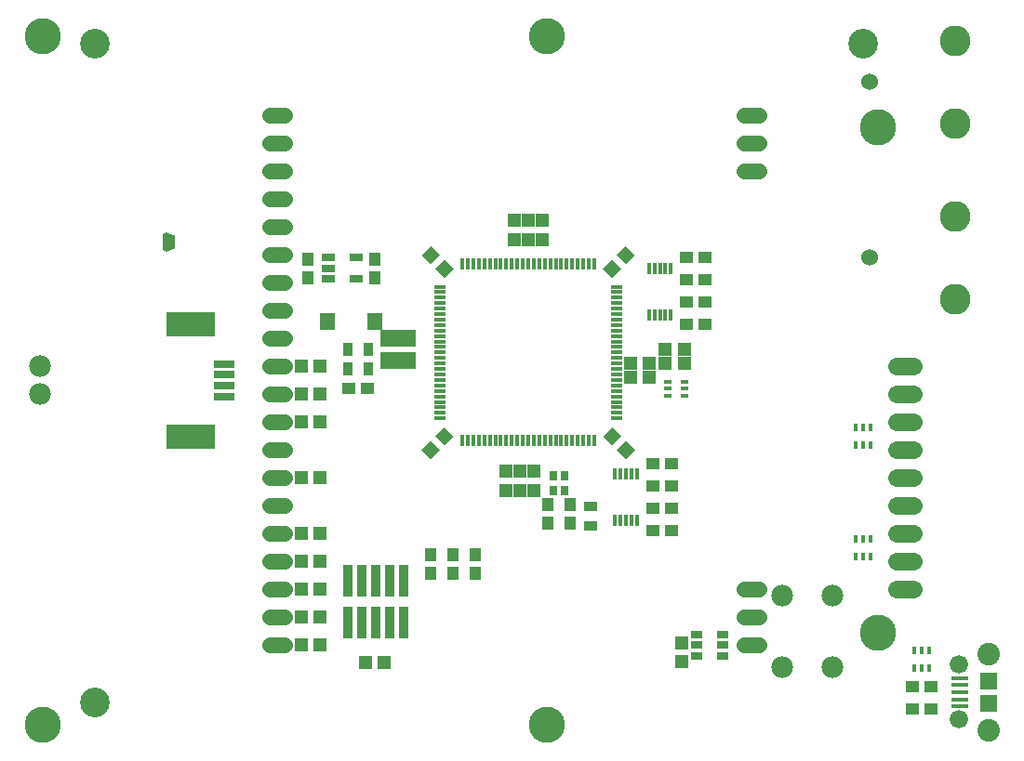
<source format=gts>
G75*
G70*
%OFA0B0*%
%FSLAX24Y24*%
%IPPOS*%
%LPD*%
%AMOC8*
5,1,8,0,0,1.08239X$1,22.5*
%
%ADD10C,0.1300*%
%ADD11R,0.0473X0.0434*%
%ADD12R,0.0465X0.0453*%
%ADD13R,0.0453X0.0465*%
%ADD14R,0.0330X0.1140*%
%ADD15R,0.0316X0.0335*%
%ADD16R,0.0434X0.0473*%
%ADD17R,0.0591X0.0178*%
%ADD18C,0.0808*%
%ADD19C,0.0660*%
%ADD20R,0.0631X0.0631*%
%ADD21R,0.0394X0.0158*%
%ADD22R,0.0158X0.0394*%
%ADD23R,0.1300X0.0591*%
%ADD24R,0.0540X0.0619*%
%ADD25R,0.0512X0.0355*%
%ADD26R,0.0138X0.0434*%
%ADD27R,0.0316X0.0158*%
%ADD28C,0.0640*%
%ADD29R,0.0158X0.0316*%
%ADD30C,0.0780*%
%ADD31R,0.0512X0.0257*%
%ADD32R,0.0355X0.0512*%
%ADD33C,0.0555*%
%ADD34C,0.0000*%
%ADD35C,0.0001*%
%ADD36R,0.0768X0.0276*%
%ADD37R,0.1733X0.0867*%
%ADD38C,0.1064*%
%ADD39C,0.1103*%
%ADD40C,0.0602*%
%ADD41R,0.0394X0.0276*%
D10*
X001221Y002276D03*
X019287Y002276D03*
X031154Y005563D03*
X031154Y023693D03*
X019287Y026980D03*
X001221Y026980D03*
D11*
X012195Y014330D03*
X012865Y014330D03*
X023095Y011630D03*
X023765Y011630D03*
X023765Y010830D03*
X023095Y010830D03*
X023095Y010030D03*
X023765Y010030D03*
X023765Y009230D03*
X023095Y009230D03*
X032395Y003630D03*
X033065Y003630D03*
X033065Y002830D03*
X032395Y002830D03*
X024965Y016630D03*
X024295Y016630D03*
X024295Y017430D03*
X024965Y017430D03*
X024965Y018230D03*
X024295Y018230D03*
X024295Y019030D03*
X024965Y019030D03*
D12*
X019130Y019686D03*
X018630Y019686D03*
X018130Y019686D03*
X018130Y020374D03*
X018630Y020374D03*
X019130Y020374D03*
X018830Y011374D03*
X018330Y011374D03*
X017830Y011374D03*
X017830Y010686D03*
X018330Y010686D03*
X018830Y010686D03*
X024130Y005224D03*
X024130Y004536D03*
D13*
G36*
X022120Y011813D02*
X021801Y012132D01*
X022128Y012459D01*
X022447Y012140D01*
X022120Y011813D01*
G37*
G36*
X021632Y012301D02*
X021313Y012620D01*
X021640Y012947D01*
X021959Y012628D01*
X021632Y012301D01*
G37*
X022286Y014730D03*
X022286Y015255D03*
X022974Y015255D03*
X023536Y015255D03*
X023536Y015755D03*
X024224Y015755D03*
X024224Y015255D03*
X022974Y014730D03*
G36*
X021959Y018632D02*
X021640Y018313D01*
X021313Y018640D01*
X021632Y018959D01*
X021959Y018632D01*
G37*
G36*
X022447Y019120D02*
X022128Y018801D01*
X021801Y019128D01*
X022120Y019447D01*
X022447Y019120D01*
G37*
G36*
X015628Y018959D02*
X015947Y018640D01*
X015620Y018313D01*
X015301Y018632D01*
X015628Y018959D01*
G37*
G36*
X015140Y019447D02*
X015459Y019128D01*
X015132Y018801D01*
X014813Y019120D01*
X015140Y019447D01*
G37*
X011174Y015130D03*
X010486Y015130D03*
X010486Y014130D03*
X011174Y014130D03*
X011174Y013130D03*
X010486Y013130D03*
X010486Y011130D03*
X011174Y011130D03*
X011174Y009130D03*
X010486Y009130D03*
X010486Y008130D03*
X011174Y008130D03*
X011174Y007130D03*
X010486Y007130D03*
X010486Y006130D03*
X011174Y006130D03*
X011174Y005130D03*
X010486Y005130D03*
X012783Y004510D03*
X013472Y004510D03*
G36*
X014813Y012140D02*
X015132Y012459D01*
X015459Y012132D01*
X015140Y011813D01*
X014813Y012140D01*
G37*
G36*
X015301Y012628D02*
X015620Y012947D01*
X015947Y012620D01*
X015628Y012301D01*
X015301Y012628D01*
G37*
D14*
X014160Y007440D03*
X013660Y007440D03*
X013160Y007440D03*
X012660Y007440D03*
X012160Y007440D03*
X012160Y005940D03*
X012660Y005940D03*
X013160Y005940D03*
X013660Y005940D03*
X014160Y005940D03*
D15*
X019533Y010664D03*
X019927Y010664D03*
X019927Y011196D03*
X019533Y011196D03*
D16*
X019330Y010165D03*
X019330Y009495D03*
X020130Y009495D03*
X020130Y010165D03*
X016730Y008365D03*
X016730Y007695D03*
X015930Y007695D03*
X015930Y008365D03*
X015130Y008365D03*
X015130Y007695D03*
X013130Y018295D03*
X013130Y018965D03*
X010730Y018965D03*
X010730Y018295D03*
D17*
X034087Y003958D03*
X034087Y003702D03*
X034087Y003446D03*
X034087Y003190D03*
X034087Y002934D03*
D18*
X035130Y002068D03*
X035130Y004824D03*
D19*
X034067Y004430D03*
X034067Y002461D03*
D20*
X035130Y003052D03*
X035130Y003839D03*
D21*
X021799Y013268D03*
X021799Y013465D03*
X021799Y013661D03*
X021799Y013858D03*
X021799Y014055D03*
X021799Y014252D03*
X021799Y014449D03*
X021799Y014646D03*
X021799Y014843D03*
X021799Y015039D03*
X021799Y015236D03*
X021799Y015433D03*
X021799Y015630D03*
X021799Y015827D03*
X021799Y016024D03*
X021799Y016221D03*
X021799Y016417D03*
X021799Y016614D03*
X021799Y016811D03*
X021799Y017008D03*
X021799Y017205D03*
X021799Y017402D03*
X021799Y017599D03*
X021799Y017795D03*
X021799Y017992D03*
X015461Y017992D03*
X015461Y017795D03*
X015461Y017599D03*
X015461Y017402D03*
X015461Y017205D03*
X015461Y017008D03*
X015461Y016811D03*
X015461Y016614D03*
X015461Y016417D03*
X015461Y016221D03*
X015461Y016024D03*
X015461Y015827D03*
X015461Y015630D03*
X015461Y015433D03*
X015461Y015236D03*
X015461Y015039D03*
X015461Y014843D03*
X015461Y014646D03*
X015461Y014449D03*
X015461Y014252D03*
X015461Y014055D03*
X015461Y013858D03*
X015461Y013661D03*
X015461Y013465D03*
X015461Y013268D03*
D22*
X016268Y012461D03*
X016465Y012461D03*
X016661Y012461D03*
X016858Y012461D03*
X017055Y012461D03*
X017252Y012461D03*
X017449Y012461D03*
X017646Y012461D03*
X017843Y012461D03*
X018039Y012461D03*
X018236Y012461D03*
X018433Y012461D03*
X018630Y012461D03*
X018827Y012461D03*
X019024Y012461D03*
X019221Y012461D03*
X019417Y012461D03*
X019614Y012461D03*
X019811Y012461D03*
X020008Y012461D03*
X020205Y012461D03*
X020402Y012461D03*
X020599Y012461D03*
X020795Y012461D03*
X020992Y012461D03*
X020992Y018799D03*
X020795Y018799D03*
X020599Y018799D03*
X020402Y018799D03*
X020205Y018799D03*
X020008Y018799D03*
X019811Y018799D03*
X019614Y018799D03*
X019417Y018799D03*
X019221Y018799D03*
X019024Y018799D03*
X018827Y018799D03*
X018630Y018799D03*
X018433Y018799D03*
X018236Y018799D03*
X018039Y018799D03*
X017843Y018799D03*
X017646Y018799D03*
X017449Y018799D03*
X017252Y018799D03*
X017055Y018799D03*
X016858Y018799D03*
X016661Y018799D03*
X016465Y018799D03*
X016268Y018799D03*
D23*
X013955Y016130D03*
X013955Y015343D03*
D24*
X013126Y016755D03*
X011434Y016755D03*
D25*
X020880Y010109D03*
X020880Y009401D03*
D26*
X021736Y009598D03*
X021933Y009598D03*
X022130Y009598D03*
X022327Y009598D03*
X022524Y009598D03*
X022524Y011262D03*
X022327Y011262D03*
X022130Y011262D03*
X021933Y011262D03*
X021736Y011262D03*
X022955Y016971D03*
X023152Y016971D03*
X023349Y016971D03*
X023546Y016971D03*
X023743Y016971D03*
X023743Y018634D03*
X023546Y018634D03*
X023349Y018634D03*
X023152Y018634D03*
X022955Y018634D03*
D27*
X023615Y014586D03*
X023615Y014330D03*
X023615Y014074D03*
X024245Y014074D03*
X024245Y014330D03*
X024245Y014586D03*
D28*
X031830Y014134D02*
X032430Y014134D01*
X032430Y015134D02*
X031830Y015134D01*
X031830Y013134D02*
X032430Y013134D01*
X032430Y012134D02*
X031830Y012134D01*
X031830Y011134D02*
X032430Y011134D01*
X032430Y010134D02*
X031830Y010134D01*
X031830Y009134D02*
X032430Y009134D01*
X032430Y008134D02*
X031830Y008134D01*
X031830Y007134D02*
X032430Y007134D01*
D29*
X030886Y008315D03*
X030630Y008315D03*
X030374Y008315D03*
X030374Y008945D03*
X030630Y008945D03*
X030886Y008945D03*
X030886Y012315D03*
X030630Y012315D03*
X030374Y012315D03*
X030374Y012945D03*
X030630Y012945D03*
X030886Y012945D03*
X032474Y004945D03*
X032730Y004945D03*
X032986Y004945D03*
X032986Y004315D03*
X032730Y004315D03*
X032474Y004315D03*
D30*
X029520Y004350D03*
X027740Y004350D03*
X027740Y006910D03*
X029520Y006910D03*
X001130Y014130D03*
X001130Y015130D03*
D31*
X011452Y018284D03*
X011452Y018658D03*
X011452Y019032D03*
X012476Y019032D03*
X012476Y018284D03*
D32*
X012176Y015730D03*
X012176Y015030D03*
X012884Y015030D03*
X012884Y015730D03*
D33*
X009887Y016130D02*
X009373Y016130D01*
X009373Y017130D02*
X009887Y017130D01*
X009887Y018130D02*
X009373Y018130D01*
X009373Y019130D02*
X009887Y019130D01*
X009887Y020130D02*
X009373Y020130D01*
X009373Y021130D02*
X009887Y021130D01*
X009887Y022130D02*
X009373Y022130D01*
X009373Y023130D02*
X009887Y023130D01*
X009887Y024130D02*
X009373Y024130D01*
X009373Y015130D02*
X009887Y015130D01*
X009887Y014130D02*
X009373Y014130D01*
X009373Y013130D02*
X009887Y013130D01*
X009887Y012130D02*
X009373Y012130D01*
X009373Y011130D02*
X009887Y011130D01*
X009887Y010130D02*
X009373Y010130D01*
X009373Y009130D02*
X009887Y009130D01*
X009887Y008130D02*
X009373Y008130D01*
X009373Y007130D02*
X009887Y007130D01*
X009887Y006130D02*
X009373Y006130D01*
X009373Y005130D02*
X009887Y005130D01*
X026373Y005130D02*
X026887Y005130D01*
X026887Y006130D02*
X026373Y006130D01*
X026373Y007130D02*
X026887Y007130D01*
X026887Y022130D02*
X026373Y022130D01*
X026373Y023130D02*
X026887Y023130D01*
X026887Y024130D02*
X026373Y024130D01*
D34*
X005935Y019819D02*
X005935Y019772D01*
X005935Y019394D01*
X005896Y019378D01*
X005852Y019362D01*
X005809Y019347D01*
X005766Y019331D01*
X005723Y019315D01*
X005679Y019299D01*
X005640Y019284D01*
X005600Y019303D01*
X005565Y019319D01*
X005526Y019335D01*
X005526Y019878D01*
X005565Y019898D01*
X005600Y019913D01*
X005640Y019929D01*
X005679Y019913D01*
X005723Y019898D01*
X005766Y019882D01*
X005809Y019866D01*
X005852Y019850D01*
X005896Y019835D01*
X005935Y019819D01*
D35*
X005526Y019819D01*
X005526Y019820D02*
X005934Y019820D01*
X005935Y019818D02*
X005526Y019818D01*
X005526Y019817D02*
X005935Y019817D01*
X005935Y019816D02*
X005526Y019816D01*
X005526Y019815D02*
X005935Y019815D01*
X005935Y019814D02*
X005526Y019814D01*
X005526Y019813D02*
X005935Y019813D01*
X005935Y019812D02*
X005526Y019812D01*
X005526Y019811D02*
X005935Y019811D01*
X005935Y019810D02*
X005526Y019810D01*
X005526Y019809D02*
X005935Y019809D01*
X005935Y019808D02*
X005526Y019808D01*
X005526Y019807D02*
X005935Y019807D01*
X005935Y019806D02*
X005526Y019806D01*
X005526Y019805D02*
X005935Y019805D01*
X005935Y019804D02*
X005526Y019804D01*
X005526Y019803D02*
X005935Y019803D01*
X005935Y019802D02*
X005526Y019802D01*
X005526Y019801D02*
X005935Y019801D01*
X005935Y019800D02*
X005526Y019800D01*
X005526Y019799D02*
X005935Y019799D01*
X005935Y019798D02*
X005526Y019798D01*
X005526Y019797D02*
X005935Y019797D01*
X005935Y019796D02*
X005526Y019796D01*
X005526Y019795D02*
X005935Y019795D01*
X005935Y019794D02*
X005526Y019794D01*
X005526Y019793D02*
X005935Y019793D01*
X005935Y019792D02*
X005526Y019792D01*
X005526Y019791D02*
X005935Y019791D01*
X005935Y019790D02*
X005526Y019790D01*
X005526Y019789D02*
X005935Y019789D01*
X005935Y019788D02*
X005526Y019788D01*
X005526Y019787D02*
X005935Y019787D01*
X005935Y019786D02*
X005526Y019786D01*
X005526Y019785D02*
X005935Y019785D01*
X005935Y019784D02*
X005526Y019784D01*
X005526Y019783D02*
X005935Y019783D01*
X005935Y019782D02*
X005526Y019782D01*
X005526Y019781D02*
X005935Y019781D01*
X005935Y019780D02*
X005526Y019780D01*
X005526Y019779D02*
X005935Y019779D01*
X005935Y019778D02*
X005526Y019778D01*
X005526Y019777D02*
X005935Y019777D01*
X005935Y019776D02*
X005526Y019776D01*
X005526Y019775D02*
X005935Y019775D01*
X005935Y019774D02*
X005526Y019774D01*
X005526Y019773D02*
X005935Y019773D01*
X005935Y019772D02*
X005526Y019772D01*
X005526Y019771D02*
X005935Y019771D01*
X005935Y019770D02*
X005526Y019770D01*
X005526Y019769D02*
X005935Y019769D01*
X005935Y019768D02*
X005526Y019768D01*
X005526Y019767D02*
X005935Y019767D01*
X005935Y019766D02*
X005526Y019766D01*
X005526Y019765D02*
X005935Y019765D01*
X005935Y019764D02*
X005526Y019764D01*
X005526Y019763D02*
X005935Y019763D01*
X005935Y019762D02*
X005526Y019762D01*
X005526Y019761D02*
X005935Y019761D01*
X005935Y019760D02*
X005526Y019760D01*
X005526Y019759D02*
X005935Y019759D01*
X005935Y019758D02*
X005526Y019758D01*
X005526Y019757D02*
X005935Y019757D01*
X005935Y019756D02*
X005526Y019756D01*
X005526Y019755D02*
X005935Y019755D01*
X005935Y019754D02*
X005526Y019754D01*
X005526Y019753D02*
X005935Y019753D01*
X005935Y019752D02*
X005526Y019752D01*
X005526Y019751D02*
X005935Y019751D01*
X005935Y019750D02*
X005526Y019750D01*
X005526Y019749D02*
X005935Y019749D01*
X005935Y019748D02*
X005526Y019748D01*
X005526Y019747D02*
X005935Y019747D01*
X005935Y019746D02*
X005526Y019746D01*
X005526Y019745D02*
X005935Y019745D01*
X005935Y019744D02*
X005526Y019744D01*
X005526Y019743D02*
X005935Y019743D01*
X005935Y019742D02*
X005526Y019742D01*
X005526Y019741D02*
X005935Y019741D01*
X005935Y019740D02*
X005526Y019740D01*
X005526Y019739D02*
X005935Y019739D01*
X005935Y019738D02*
X005526Y019738D01*
X005526Y019737D02*
X005935Y019737D01*
X005935Y019736D02*
X005526Y019736D01*
X005526Y019735D02*
X005935Y019735D01*
X005935Y019734D02*
X005526Y019734D01*
X005526Y019733D02*
X005935Y019733D01*
X005935Y019732D02*
X005526Y019732D01*
X005526Y019731D02*
X005935Y019731D01*
X005935Y019730D02*
X005526Y019730D01*
X005526Y019729D02*
X005935Y019729D01*
X005935Y019728D02*
X005526Y019728D01*
X005526Y019727D02*
X005935Y019727D01*
X005935Y019726D02*
X005526Y019726D01*
X005526Y019725D02*
X005935Y019725D01*
X005935Y019724D02*
X005526Y019724D01*
X005526Y019723D02*
X005935Y019723D01*
X005935Y019722D02*
X005526Y019722D01*
X005526Y019721D02*
X005935Y019721D01*
X005935Y019720D02*
X005526Y019720D01*
X005526Y019719D02*
X005935Y019719D01*
X005935Y019718D02*
X005526Y019718D01*
X005526Y019717D02*
X005935Y019717D01*
X005935Y019716D02*
X005526Y019716D01*
X005526Y019715D02*
X005935Y019715D01*
X005935Y019714D02*
X005526Y019714D01*
X005526Y019713D02*
X005935Y019713D01*
X005935Y019712D02*
X005526Y019712D01*
X005526Y019711D02*
X005935Y019711D01*
X005935Y019710D02*
X005526Y019710D01*
X005526Y019709D02*
X005935Y019709D01*
X005935Y019708D02*
X005526Y019708D01*
X005526Y019707D02*
X005935Y019707D01*
X005935Y019706D02*
X005526Y019706D01*
X005526Y019705D02*
X005935Y019705D01*
X005935Y019704D02*
X005526Y019704D01*
X005526Y019703D02*
X005935Y019703D01*
X005935Y019702D02*
X005526Y019702D01*
X005526Y019701D02*
X005935Y019701D01*
X005935Y019700D02*
X005526Y019700D01*
X005526Y019699D02*
X005935Y019699D01*
X005935Y019698D02*
X005526Y019698D01*
X005526Y019697D02*
X005935Y019697D01*
X005935Y019696D02*
X005526Y019696D01*
X005526Y019695D02*
X005935Y019695D01*
X005935Y019694D02*
X005526Y019694D01*
X005526Y019693D02*
X005935Y019693D01*
X005935Y019692D02*
X005526Y019692D01*
X005526Y019691D02*
X005935Y019691D01*
X005935Y019690D02*
X005526Y019690D01*
X005526Y019689D02*
X005935Y019689D01*
X005935Y019688D02*
X005526Y019688D01*
X005526Y019687D02*
X005935Y019687D01*
X005935Y019686D02*
X005526Y019686D01*
X005526Y019685D02*
X005935Y019685D01*
X005935Y019684D02*
X005526Y019684D01*
X005526Y019683D02*
X005935Y019683D01*
X005935Y019682D02*
X005526Y019682D01*
X005526Y019681D02*
X005935Y019681D01*
X005935Y019680D02*
X005526Y019680D01*
X005526Y019679D02*
X005935Y019679D01*
X005935Y019678D02*
X005526Y019678D01*
X005526Y019677D02*
X005935Y019677D01*
X005935Y019676D02*
X005526Y019676D01*
X005526Y019675D02*
X005935Y019675D01*
X005935Y019674D02*
X005526Y019674D01*
X005526Y019673D02*
X005935Y019673D01*
X005935Y019672D02*
X005526Y019672D01*
X005526Y019671D02*
X005935Y019671D01*
X005935Y019670D02*
X005526Y019670D01*
X005526Y019669D02*
X005935Y019669D01*
X005935Y019668D02*
X005526Y019668D01*
X005526Y019667D02*
X005935Y019667D01*
X005935Y019666D02*
X005526Y019666D01*
X005526Y019665D02*
X005935Y019665D01*
X005935Y019664D02*
X005526Y019664D01*
X005526Y019663D02*
X005935Y019663D01*
X005935Y019662D02*
X005526Y019662D01*
X005526Y019661D02*
X005935Y019661D01*
X005935Y019660D02*
X005526Y019660D01*
X005526Y019659D02*
X005935Y019659D01*
X005935Y019658D02*
X005526Y019658D01*
X005526Y019657D02*
X005935Y019657D01*
X005935Y019656D02*
X005526Y019656D01*
X005526Y019655D02*
X005935Y019655D01*
X005935Y019654D02*
X005526Y019654D01*
X005526Y019653D02*
X005935Y019653D01*
X005935Y019652D02*
X005526Y019652D01*
X005526Y019651D02*
X005935Y019651D01*
X005935Y019650D02*
X005526Y019650D01*
X005526Y019649D02*
X005935Y019649D01*
X005935Y019648D02*
X005526Y019648D01*
X005526Y019647D02*
X005935Y019647D01*
X005935Y019646D02*
X005526Y019646D01*
X005526Y019645D02*
X005935Y019645D01*
X005935Y019644D02*
X005526Y019644D01*
X005526Y019643D02*
X005935Y019643D01*
X005935Y019642D02*
X005526Y019642D01*
X005526Y019641D02*
X005935Y019641D01*
X005935Y019640D02*
X005526Y019640D01*
X005526Y019639D02*
X005935Y019639D01*
X005935Y019638D02*
X005526Y019638D01*
X005526Y019637D02*
X005935Y019637D01*
X005935Y019636D02*
X005526Y019636D01*
X005526Y019635D02*
X005935Y019635D01*
X005935Y019634D02*
X005526Y019634D01*
X005526Y019633D02*
X005935Y019633D01*
X005935Y019632D02*
X005526Y019632D01*
X005526Y019631D02*
X005935Y019631D01*
X005935Y019630D02*
X005526Y019630D01*
X005526Y019629D02*
X005935Y019629D01*
X005935Y019628D02*
X005526Y019628D01*
X005526Y019627D02*
X005935Y019627D01*
X005935Y019626D02*
X005526Y019626D01*
X005526Y019625D02*
X005935Y019625D01*
X005935Y019624D02*
X005526Y019624D01*
X005526Y019623D02*
X005935Y019623D01*
X005935Y019622D02*
X005526Y019622D01*
X005526Y019621D02*
X005935Y019621D01*
X005935Y019620D02*
X005526Y019620D01*
X005526Y019619D02*
X005935Y019619D01*
X005935Y019618D02*
X005526Y019618D01*
X005526Y019617D02*
X005935Y019617D01*
X005935Y019616D02*
X005526Y019616D01*
X005526Y019615D02*
X005935Y019615D01*
X005935Y019614D02*
X005526Y019614D01*
X005526Y019613D02*
X005935Y019613D01*
X005935Y019612D02*
X005526Y019612D01*
X005526Y019611D02*
X005935Y019611D01*
X005935Y019610D02*
X005526Y019610D01*
X005526Y019609D02*
X005935Y019609D01*
X005935Y019608D02*
X005526Y019608D01*
X005526Y019607D02*
X005935Y019607D01*
X005935Y019606D02*
X005526Y019606D01*
X005526Y019605D02*
X005935Y019605D01*
X005935Y019604D02*
X005526Y019604D01*
X005526Y019603D02*
X005935Y019603D01*
X005935Y019602D02*
X005526Y019602D01*
X005526Y019601D02*
X005935Y019601D01*
X005935Y019600D02*
X005526Y019600D01*
X005526Y019599D02*
X005935Y019599D01*
X005935Y019598D02*
X005526Y019598D01*
X005526Y019597D02*
X005935Y019597D01*
X005935Y019596D02*
X005526Y019596D01*
X005526Y019595D02*
X005935Y019595D01*
X005935Y019594D02*
X005526Y019594D01*
X005526Y019593D02*
X005935Y019593D01*
X005935Y019592D02*
X005526Y019592D01*
X005526Y019591D02*
X005935Y019591D01*
X005935Y019590D02*
X005526Y019590D01*
X005526Y019589D02*
X005935Y019589D01*
X005935Y019588D02*
X005526Y019588D01*
X005526Y019587D02*
X005935Y019587D01*
X005935Y019586D02*
X005526Y019586D01*
X005526Y019585D02*
X005935Y019585D01*
X005935Y019584D02*
X005526Y019584D01*
X005526Y019583D02*
X005935Y019583D01*
X005935Y019582D02*
X005526Y019582D01*
X005526Y019581D02*
X005935Y019581D01*
X005935Y019580D02*
X005526Y019580D01*
X005526Y019579D02*
X005935Y019579D01*
X005935Y019578D02*
X005526Y019578D01*
X005526Y019577D02*
X005935Y019577D01*
X005935Y019576D02*
X005526Y019576D01*
X005526Y019575D02*
X005935Y019575D01*
X005935Y019574D02*
X005526Y019574D01*
X005526Y019573D02*
X005935Y019573D01*
X005935Y019572D02*
X005526Y019572D01*
X005526Y019571D02*
X005935Y019571D01*
X005935Y019570D02*
X005526Y019570D01*
X005526Y019569D02*
X005935Y019569D01*
X005935Y019568D02*
X005526Y019568D01*
X005526Y019567D02*
X005935Y019567D01*
X005935Y019566D02*
X005526Y019566D01*
X005526Y019565D02*
X005935Y019565D01*
X005935Y019564D02*
X005526Y019564D01*
X005526Y019563D02*
X005935Y019563D01*
X005935Y019562D02*
X005526Y019562D01*
X005526Y019561D02*
X005935Y019561D01*
X005935Y019560D02*
X005526Y019560D01*
X005526Y019559D02*
X005935Y019559D01*
X005935Y019558D02*
X005526Y019558D01*
X005526Y019557D02*
X005935Y019557D01*
X005935Y019556D02*
X005526Y019556D01*
X005526Y019555D02*
X005935Y019555D01*
X005935Y019554D02*
X005526Y019554D01*
X005526Y019553D02*
X005935Y019553D01*
X005935Y019552D02*
X005526Y019552D01*
X005526Y019551D02*
X005935Y019551D01*
X005935Y019550D02*
X005526Y019550D01*
X005526Y019549D02*
X005935Y019549D01*
X005935Y019548D02*
X005526Y019548D01*
X005526Y019547D02*
X005935Y019547D01*
X005935Y019546D02*
X005526Y019546D01*
X005526Y019545D02*
X005935Y019545D01*
X005935Y019544D02*
X005526Y019544D01*
X005526Y019543D02*
X005935Y019543D01*
X005935Y019542D02*
X005526Y019542D01*
X005526Y019541D02*
X005935Y019541D01*
X005935Y019540D02*
X005526Y019540D01*
X005526Y019539D02*
X005935Y019539D01*
X005935Y019538D02*
X005526Y019538D01*
X005526Y019537D02*
X005935Y019537D01*
X005935Y019536D02*
X005526Y019536D01*
X005526Y019535D02*
X005935Y019535D01*
X005935Y019534D02*
X005526Y019534D01*
X005526Y019533D02*
X005935Y019533D01*
X005935Y019532D02*
X005526Y019532D01*
X005526Y019531D02*
X005935Y019531D01*
X005935Y019530D02*
X005526Y019530D01*
X005526Y019529D02*
X005935Y019529D01*
X005935Y019528D02*
X005526Y019528D01*
X005526Y019527D02*
X005935Y019527D01*
X005935Y019526D02*
X005526Y019526D01*
X005526Y019525D02*
X005935Y019525D01*
X005935Y019524D02*
X005526Y019524D01*
X005526Y019523D02*
X005935Y019523D01*
X005935Y019522D02*
X005526Y019522D01*
X005526Y019521D02*
X005935Y019521D01*
X005935Y019520D02*
X005526Y019520D01*
X005526Y019519D02*
X005935Y019519D01*
X005935Y019518D02*
X005526Y019518D01*
X005526Y019517D02*
X005935Y019517D01*
X005935Y019516D02*
X005526Y019516D01*
X005526Y019515D02*
X005935Y019515D01*
X005935Y019514D02*
X005526Y019514D01*
X005526Y019513D02*
X005935Y019513D01*
X005935Y019512D02*
X005526Y019512D01*
X005526Y019511D02*
X005935Y019511D01*
X005935Y019510D02*
X005526Y019510D01*
X005526Y019509D02*
X005935Y019509D01*
X005935Y019508D02*
X005526Y019508D01*
X005526Y019507D02*
X005935Y019507D01*
X005935Y019506D02*
X005526Y019506D01*
X005526Y019505D02*
X005935Y019505D01*
X005935Y019504D02*
X005526Y019504D01*
X005526Y019503D02*
X005935Y019503D01*
X005935Y019502D02*
X005526Y019502D01*
X005526Y019501D02*
X005935Y019501D01*
X005935Y019500D02*
X005526Y019500D01*
X005526Y019499D02*
X005935Y019499D01*
X005935Y019498D02*
X005526Y019498D01*
X005526Y019497D02*
X005935Y019497D01*
X005935Y019496D02*
X005526Y019496D01*
X005526Y019495D02*
X005935Y019495D01*
X005935Y019494D02*
X005526Y019494D01*
X005526Y019493D02*
X005935Y019493D01*
X005935Y019492D02*
X005526Y019492D01*
X005526Y019491D02*
X005935Y019491D01*
X005935Y019490D02*
X005526Y019490D01*
X005526Y019489D02*
X005935Y019489D01*
X005935Y019488D02*
X005526Y019488D01*
X005526Y019487D02*
X005935Y019487D01*
X005935Y019486D02*
X005526Y019486D01*
X005526Y019485D02*
X005935Y019485D01*
X005935Y019484D02*
X005526Y019484D01*
X005526Y019483D02*
X005935Y019483D01*
X005935Y019482D02*
X005526Y019482D01*
X005526Y019481D02*
X005935Y019481D01*
X005935Y019480D02*
X005526Y019480D01*
X005526Y019479D02*
X005935Y019479D01*
X005935Y019478D02*
X005526Y019478D01*
X005526Y019477D02*
X005935Y019477D01*
X005935Y019476D02*
X005526Y019476D01*
X005526Y019475D02*
X005935Y019475D01*
X005935Y019474D02*
X005526Y019474D01*
X005526Y019473D02*
X005935Y019473D01*
X005935Y019472D02*
X005526Y019472D01*
X005526Y019471D02*
X005935Y019471D01*
X005935Y019470D02*
X005526Y019470D01*
X005526Y019469D02*
X005935Y019469D01*
X005935Y019468D02*
X005526Y019468D01*
X005526Y019467D02*
X005935Y019467D01*
X005935Y019466D02*
X005526Y019466D01*
X005526Y019465D02*
X005935Y019465D01*
X005935Y019464D02*
X005526Y019464D01*
X005526Y019463D02*
X005935Y019463D01*
X005935Y019462D02*
X005526Y019462D01*
X005526Y019461D02*
X005935Y019461D01*
X005935Y019460D02*
X005526Y019460D01*
X005526Y019459D02*
X005935Y019459D01*
X005935Y019458D02*
X005526Y019458D01*
X005526Y019457D02*
X005935Y019457D01*
X005935Y019456D02*
X005526Y019456D01*
X005526Y019455D02*
X005935Y019455D01*
X005935Y019454D02*
X005526Y019454D01*
X005526Y019453D02*
X005935Y019453D01*
X005935Y019452D02*
X005526Y019452D01*
X005526Y019451D02*
X005935Y019451D01*
X005935Y019450D02*
X005526Y019450D01*
X005526Y019449D02*
X005935Y019449D01*
X005935Y019448D02*
X005526Y019448D01*
X005526Y019447D02*
X005935Y019447D01*
X005935Y019446D02*
X005526Y019446D01*
X005526Y019445D02*
X005935Y019445D01*
X005935Y019444D02*
X005526Y019444D01*
X005526Y019443D02*
X005935Y019443D01*
X005935Y019442D02*
X005526Y019442D01*
X005526Y019441D02*
X005935Y019441D01*
X005935Y019440D02*
X005526Y019440D01*
X005526Y019439D02*
X005935Y019439D01*
X005935Y019438D02*
X005526Y019438D01*
X005526Y019437D02*
X005935Y019437D01*
X005935Y019436D02*
X005526Y019436D01*
X005526Y019435D02*
X005935Y019435D01*
X005935Y019434D02*
X005526Y019434D01*
X005526Y019433D02*
X005935Y019433D01*
X005935Y019432D02*
X005526Y019432D01*
X005526Y019431D02*
X005935Y019431D01*
X005935Y019430D02*
X005526Y019430D01*
X005526Y019429D02*
X005935Y019429D01*
X005935Y019428D02*
X005526Y019428D01*
X005526Y019427D02*
X005935Y019427D01*
X005935Y019426D02*
X005526Y019426D01*
X005526Y019425D02*
X005935Y019425D01*
X005935Y019424D02*
X005526Y019424D01*
X005526Y019423D02*
X005935Y019423D01*
X005935Y019422D02*
X005526Y019422D01*
X005526Y019421D02*
X005935Y019421D01*
X005935Y019420D02*
X005526Y019420D01*
X005526Y019419D02*
X005935Y019419D01*
X005935Y019418D02*
X005526Y019418D01*
X005526Y019417D02*
X005935Y019417D01*
X005935Y019416D02*
X005526Y019416D01*
X005526Y019415D02*
X005935Y019415D01*
X005935Y019414D02*
X005526Y019414D01*
X005526Y019413D02*
X005935Y019413D01*
X005935Y019412D02*
X005526Y019412D01*
X005526Y019411D02*
X005935Y019411D01*
X005935Y019410D02*
X005526Y019410D01*
X005526Y019409D02*
X005935Y019409D01*
X005935Y019408D02*
X005526Y019408D01*
X005526Y019407D02*
X005935Y019407D01*
X005935Y019406D02*
X005526Y019406D01*
X005526Y019405D02*
X005935Y019405D01*
X005935Y019404D02*
X005526Y019404D01*
X005526Y019403D02*
X005935Y019403D01*
X005935Y019402D02*
X005526Y019402D01*
X005526Y019401D02*
X005935Y019401D01*
X005935Y019400D02*
X005526Y019400D01*
X005526Y019399D02*
X005935Y019399D01*
X005935Y019398D02*
X005526Y019398D01*
X005526Y019397D02*
X005935Y019397D01*
X005935Y019396D02*
X005526Y019396D01*
X005526Y019395D02*
X005935Y019395D01*
X005935Y019394D02*
X005526Y019394D01*
X005526Y019393D02*
X005933Y019393D01*
X005931Y019392D02*
X005526Y019392D01*
X005526Y019391D02*
X005928Y019391D01*
X005926Y019390D02*
X005526Y019390D01*
X005526Y019389D02*
X005923Y019389D01*
X005921Y019388D02*
X005526Y019388D01*
X005526Y019387D02*
X005918Y019387D01*
X005916Y019386D02*
X005526Y019386D01*
X005526Y019385D02*
X005913Y019385D01*
X005911Y019384D02*
X005526Y019384D01*
X005526Y019383D02*
X005908Y019383D01*
X005906Y019382D02*
X005526Y019382D01*
X005526Y019381D02*
X005903Y019381D01*
X005901Y019380D02*
X005526Y019380D01*
X005526Y019379D02*
X005898Y019379D01*
X005896Y019378D02*
X005526Y019378D01*
X005526Y019377D02*
X005893Y019377D01*
X005890Y019376D02*
X005526Y019376D01*
X005526Y019375D02*
X005888Y019375D01*
X005885Y019374D02*
X005526Y019374D01*
X005526Y019373D02*
X005882Y019373D01*
X005879Y019372D02*
X005526Y019372D01*
X005526Y019371D02*
X005877Y019371D01*
X005874Y019370D02*
X005526Y019370D01*
X005526Y019369D02*
X005871Y019369D01*
X005868Y019368D02*
X005526Y019368D01*
X005526Y019367D02*
X005866Y019367D01*
X005863Y019366D02*
X005526Y019366D01*
X005526Y019365D02*
X005860Y019365D01*
X005857Y019364D02*
X005526Y019364D01*
X005526Y019363D02*
X005855Y019363D01*
X005852Y019362D02*
X005526Y019362D01*
X005526Y019361D02*
X005849Y019361D01*
X005846Y019360D02*
X005526Y019360D01*
X005526Y019359D02*
X005844Y019359D01*
X005841Y019358D02*
X005526Y019358D01*
X005526Y019357D02*
X005838Y019357D01*
X005835Y019356D02*
X005526Y019356D01*
X005526Y019355D02*
X005833Y019355D01*
X005830Y019354D02*
X005526Y019354D01*
X005526Y019353D02*
X005827Y019353D01*
X005824Y019352D02*
X005526Y019352D01*
X005526Y019351D02*
X005822Y019351D01*
X005819Y019350D02*
X005526Y019350D01*
X005526Y019349D02*
X005816Y019349D01*
X005813Y019348D02*
X005526Y019348D01*
X005526Y019347D02*
X005811Y019347D01*
X005808Y019346D02*
X005526Y019346D01*
X005526Y019345D02*
X005805Y019345D01*
X005802Y019344D02*
X005526Y019344D01*
X005526Y019343D02*
X005800Y019343D01*
X005797Y019342D02*
X005526Y019342D01*
X005526Y019341D02*
X005794Y019341D01*
X005791Y019340D02*
X005526Y019340D01*
X005526Y019339D02*
X005789Y019339D01*
X005786Y019338D02*
X005526Y019338D01*
X005526Y019337D02*
X005783Y019337D01*
X005780Y019336D02*
X005526Y019336D01*
X005526Y019335D02*
X005778Y019335D01*
X005775Y019334D02*
X005527Y019334D01*
X005530Y019333D02*
X005772Y019333D01*
X005769Y019332D02*
X005532Y019332D01*
X005535Y019331D02*
X005767Y019331D01*
X005764Y019330D02*
X005537Y019330D01*
X005540Y019329D02*
X005761Y019329D01*
X005758Y019328D02*
X005542Y019328D01*
X005545Y019327D02*
X005756Y019327D01*
X005753Y019326D02*
X005547Y019326D01*
X005550Y019325D02*
X005750Y019325D01*
X005747Y019324D02*
X005552Y019324D01*
X005555Y019323D02*
X005745Y019323D01*
X005742Y019322D02*
X005557Y019322D01*
X005560Y019321D02*
X005739Y019321D01*
X005736Y019320D02*
X005562Y019320D01*
X005565Y019319D02*
X005734Y019319D01*
X005731Y019318D02*
X005567Y019318D01*
X005569Y019317D02*
X005728Y019317D01*
X005725Y019316D02*
X005572Y019316D01*
X005574Y019315D02*
X005723Y019315D01*
X005720Y019314D02*
X005576Y019314D01*
X005578Y019313D02*
X005717Y019313D01*
X005714Y019312D02*
X005581Y019312D01*
X005583Y019311D02*
X005712Y019311D01*
X005709Y019310D02*
X005585Y019310D01*
X005587Y019309D02*
X005706Y019309D01*
X005703Y019308D02*
X005589Y019308D01*
X005592Y019307D02*
X005701Y019307D01*
X005698Y019306D02*
X005594Y019306D01*
X005596Y019305D02*
X005695Y019305D01*
X005692Y019304D02*
X005598Y019304D01*
X005601Y019303D02*
X005690Y019303D01*
X005687Y019302D02*
X005603Y019302D01*
X005605Y019301D02*
X005684Y019301D01*
X005681Y019300D02*
X005607Y019300D01*
X005609Y019299D02*
X005679Y019299D01*
X005676Y019298D02*
X005611Y019298D01*
X005613Y019297D02*
X005674Y019297D01*
X005671Y019296D02*
X005615Y019296D01*
X005617Y019295D02*
X005669Y019295D01*
X005666Y019294D02*
X005619Y019294D01*
X005621Y019293D02*
X005664Y019293D01*
X005661Y019292D02*
X005623Y019292D01*
X005625Y019291D02*
X005659Y019291D01*
X005656Y019290D02*
X005627Y019290D01*
X005629Y019289D02*
X005654Y019289D01*
X005651Y019288D02*
X005631Y019288D01*
X005633Y019287D02*
X005649Y019287D01*
X005646Y019286D02*
X005635Y019286D01*
X005637Y019285D02*
X005644Y019285D01*
X005641Y019284D02*
X005639Y019284D01*
X005526Y019821D02*
X005931Y019821D01*
X005929Y019822D02*
X005526Y019822D01*
X005526Y019823D02*
X005926Y019823D01*
X005924Y019824D02*
X005526Y019824D01*
X005526Y019825D02*
X005921Y019825D01*
X005919Y019826D02*
X005526Y019826D01*
X005526Y019827D02*
X005916Y019827D01*
X005914Y019828D02*
X005526Y019828D01*
X005526Y019829D02*
X005911Y019829D01*
X005909Y019830D02*
X005526Y019830D01*
X005526Y019831D02*
X005906Y019831D01*
X005904Y019832D02*
X005526Y019832D01*
X005526Y019833D02*
X005901Y019833D01*
X005899Y019834D02*
X005526Y019834D01*
X005526Y019835D02*
X005896Y019835D01*
X005893Y019836D02*
X005526Y019836D01*
X005526Y019837D02*
X005891Y019837D01*
X005888Y019838D02*
X005526Y019838D01*
X005526Y019839D02*
X005885Y019839D01*
X005882Y019840D02*
X005526Y019840D01*
X005526Y019841D02*
X005880Y019841D01*
X005877Y019842D02*
X005526Y019842D01*
X005526Y019843D02*
X005874Y019843D01*
X005871Y019844D02*
X005526Y019844D01*
X005526Y019845D02*
X005869Y019845D01*
X005866Y019846D02*
X005526Y019846D01*
X005526Y019847D02*
X005863Y019847D01*
X005860Y019848D02*
X005526Y019848D01*
X005526Y019849D02*
X005858Y019849D01*
X005855Y019850D02*
X005526Y019850D01*
X005526Y019851D02*
X005852Y019851D01*
X005849Y019852D02*
X005526Y019852D01*
X005526Y019853D02*
X005847Y019853D01*
X005844Y019854D02*
X005526Y019854D01*
X005526Y019855D02*
X005841Y019855D01*
X005838Y019856D02*
X005526Y019856D01*
X005526Y019857D02*
X005836Y019857D01*
X005833Y019858D02*
X005526Y019858D01*
X005526Y019859D02*
X005830Y019859D01*
X005827Y019860D02*
X005526Y019860D01*
X005526Y019861D02*
X005825Y019861D01*
X005822Y019862D02*
X005526Y019862D01*
X005526Y019863D02*
X005819Y019863D01*
X005816Y019864D02*
X005526Y019864D01*
X005526Y019865D02*
X005814Y019865D01*
X005811Y019866D02*
X005526Y019866D01*
X005526Y019867D02*
X005808Y019867D01*
X005805Y019868D02*
X005526Y019868D01*
X005526Y019869D02*
X005803Y019869D01*
X005800Y019870D02*
X005526Y019870D01*
X005526Y019871D02*
X005797Y019871D01*
X005794Y019872D02*
X005526Y019872D01*
X005526Y019873D02*
X005792Y019873D01*
X005789Y019874D02*
X005526Y019874D01*
X005526Y019875D02*
X005786Y019875D01*
X005783Y019876D02*
X005526Y019876D01*
X005526Y019877D02*
X005781Y019877D01*
X005778Y019878D02*
X005526Y019878D01*
X005527Y019879D02*
X005775Y019879D01*
X005772Y019880D02*
X005529Y019880D01*
X005531Y019881D02*
X005770Y019881D01*
X005767Y019882D02*
X005533Y019882D01*
X005535Y019883D02*
X005764Y019883D01*
X005762Y019884D02*
X005537Y019884D01*
X005539Y019885D02*
X005759Y019885D01*
X005756Y019886D02*
X005541Y019886D01*
X005543Y019887D02*
X005753Y019887D01*
X005751Y019888D02*
X005545Y019888D01*
X005547Y019889D02*
X005748Y019889D01*
X005745Y019890D02*
X005549Y019890D01*
X005551Y019891D02*
X005742Y019891D01*
X005740Y019892D02*
X005553Y019892D01*
X005555Y019893D02*
X005737Y019893D01*
X005734Y019894D02*
X005557Y019894D01*
X005559Y019895D02*
X005731Y019895D01*
X005729Y019896D02*
X005561Y019896D01*
X005563Y019897D02*
X005726Y019897D01*
X005723Y019898D02*
X005565Y019898D01*
X005567Y019899D02*
X005720Y019899D01*
X005718Y019900D02*
X005569Y019900D01*
X005571Y019901D02*
X005715Y019901D01*
X005712Y019902D02*
X005574Y019902D01*
X005576Y019903D02*
X005709Y019903D01*
X005707Y019904D02*
X005578Y019904D01*
X005580Y019905D02*
X005704Y019905D01*
X005701Y019906D02*
X005583Y019906D01*
X005585Y019907D02*
X005698Y019907D01*
X005696Y019908D02*
X005587Y019908D01*
X005589Y019909D02*
X005693Y019909D01*
X005690Y019910D02*
X005592Y019910D01*
X005594Y019911D02*
X005687Y019911D01*
X005685Y019912D02*
X005596Y019912D01*
X005598Y019913D02*
X005682Y019913D01*
X005679Y019914D02*
X005601Y019914D01*
X005603Y019915D02*
X005677Y019915D01*
X005674Y019916D02*
X005606Y019916D01*
X005608Y019917D02*
X005672Y019917D01*
X005669Y019918D02*
X005611Y019918D01*
X005613Y019919D02*
X005667Y019919D01*
X005664Y019920D02*
X005616Y019920D01*
X005618Y019921D02*
X005662Y019921D01*
X005659Y019922D02*
X005621Y019922D01*
X005623Y019923D02*
X005657Y019923D01*
X005654Y019923D02*
X005626Y019923D01*
X005628Y019924D02*
X005652Y019924D01*
X005649Y019925D02*
X005631Y019925D01*
X005633Y019926D02*
X005647Y019926D01*
X005644Y019927D02*
X005636Y019927D01*
X005638Y019928D02*
X005642Y019928D01*
D36*
X007730Y015221D03*
X007730Y014827D03*
X007730Y014433D03*
X007730Y014039D03*
D37*
X006519Y012602D03*
X006519Y016658D03*
D38*
X003083Y026705D03*
X030642Y026705D03*
X003083Y003083D03*
D39*
X033930Y017532D03*
X033930Y020524D03*
X033930Y023831D03*
X033930Y026823D03*
D40*
X030859Y025327D03*
X030859Y019028D03*
D41*
X025583Y005504D03*
X025583Y005130D03*
X025583Y004756D03*
X024677Y004756D03*
X024677Y005130D03*
X024677Y005504D03*
M02*

</source>
